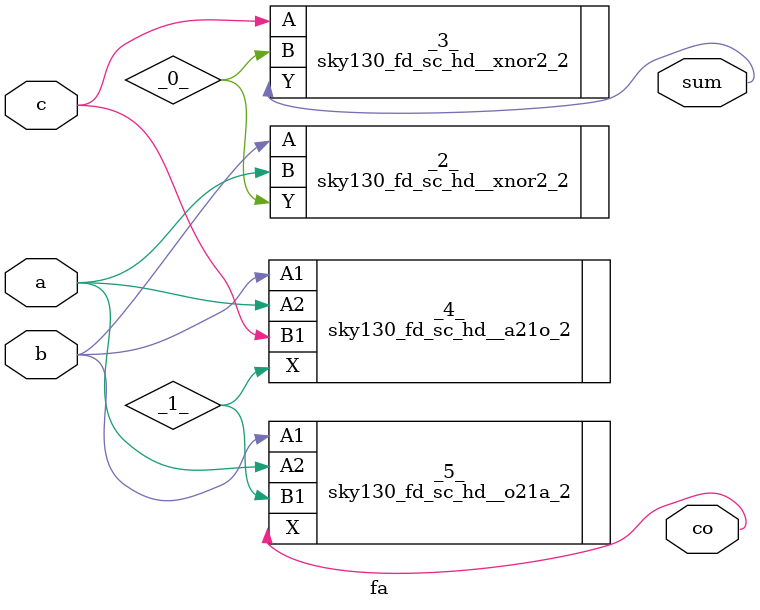
<source format=v>
/* Generated by Yosys 0.34 (git sha1 4a1b5599258, gcc 8.3.1 -fPIC -Os) */

module fa(a, b, c, sum, co);
  wire _0_;
  wire _1_;
  input a;
  wire a;
  input b;
  wire b;
  input c;
  wire c;
  output co;
  wire co;
  output sum;
  wire sum;
  sky130_fd_sc_hd__xnor2_2 _2_ (
    .A(b),
    .B(a),
    .Y(_0_)
  );
  sky130_fd_sc_hd__xnor2_2 _3_ (
    .A(c),
    .B(_0_),
    .Y(sum)
  );
  sky130_fd_sc_hd__a21o_2 _4_ (
    .A1(b),
    .A2(a),
    .B1(c),
    .X(_1_)
  );
  sky130_fd_sc_hd__o21a_2 _5_ (
    .A1(b),
    .A2(a),
    .B1(_1_),
    .X(co)
  );
endmodule

</source>
